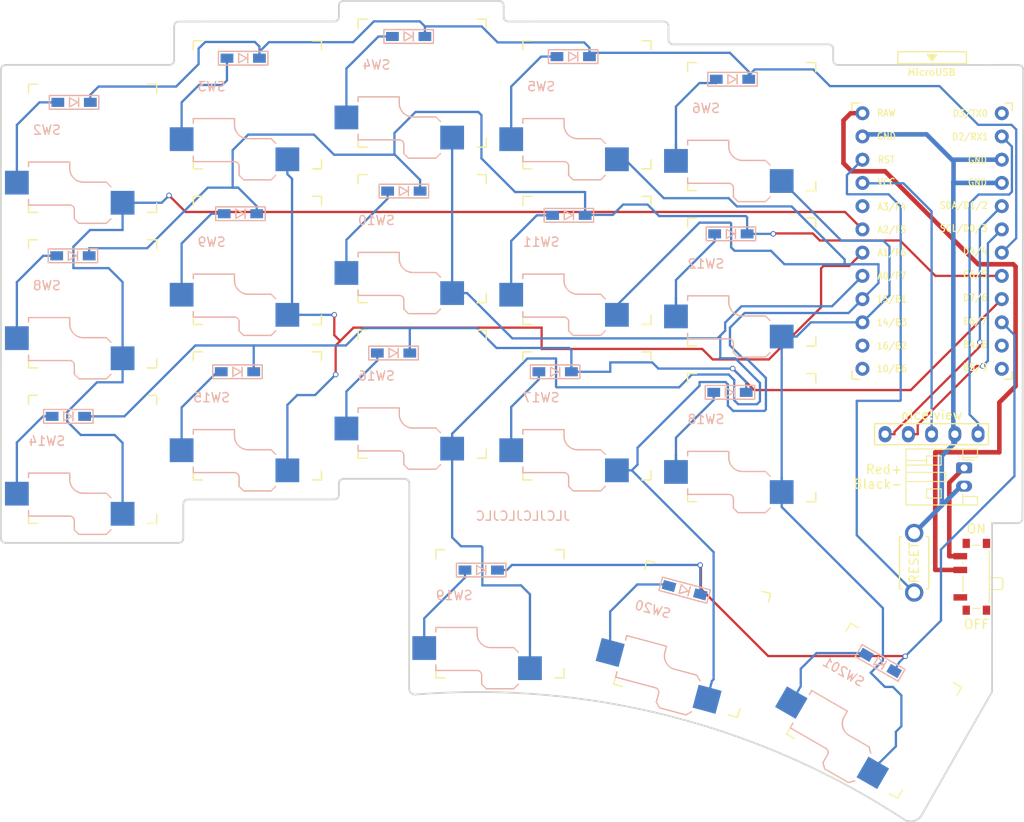
<source format=kicad_pcb>
(kicad_pcb (version 20221018) (generator pcbnew)
  (title_block (title "Corne Light") (date "2020-11-12") (rev "2.0") (company "foostan"))
  (layers (0 "F.Cu" signal) (31 "B.Cu" signal) (34 "B.Paste" user) (35 "F.Paste" user) (36 "B.SilkS" user "B.Silkscreen") (37 "F.SilkS" user "F.Silkscreen") (38 "B.Mask" user) (39 "F.Mask" user) (44 "Edge.Cuts" user))
  (net 0 "")
  (net 1 "row0")
  (net 2 "row1")
  (net 3 "Net-(D2-Pad2)")
  (net 4 "row2")
  (net 5 "Net-(D3-Pad2)")
  (net 6 "row3")
  (net 7 "Net-(D4-Pad2)")
  (net 8 "Net-(D5-Pad2)")
  (net 9 "Net-(D6-Pad2)")
  (net 10 "Net-(D8-Pad2)")
  (net 11 "Net-(D9-Pad2)")
  (net 12 "Net-(D10-Pad2)")
  (net 13 "Net-(D11-Pad2)")
  (net 14 "Net-(D12-Pad2)")
  (net 15 "Net-(D14-Pad2)")
  (net 16 "Net-(D15-Pad2)")
  (net 17 "Net-(D16-Pad2)")
  (net 18 "Net-(D17-Pad2)")
  (net 19 "Net-(D18-Pad2)")
  (net 20 "Net-(D19-Pad2)")
  (net 21 "Net-(D20-Pad2)")
  (net 22 "Net-(D21-Pad2)")
  (net 23 "GND")
  (net 24 "VCC")
  (net 25 "col0")
  (net 26 "col1")
  (net 27 "col2")
  (net 28 "col3")
  (net 29 "col4")
  (net 30 "col5")
  (net 31 "reset")
  (net 32 "SCL")
  (net 33 "SDA")
  (net 34 "Net-(BATJ1-Pad2)")
  (net 35 "+BATT")
  (net 40 "CS")
  (net 41 "RGB")
  (footprint "kbd:ProMicro_v3" (layer "F.Cu") (at 135.8925 56.56)
    (fp_text reference "U1" hide)
    (fp_text value "ProMicro" hide)
  )
  (footprint "gateron-ks27:Kailh_socket_PG1350_no_LED" (layer "F.Cu") (at 116.1875 43.545)
    (fp_text reference "SW6")
    (fp_text value "SW_PUSH")
  )
  (footprint "gateron-ks27:Kailh_socket_PG1350_no_LED" (layer "F.Cu") (at 98.1875 41.17)
    (fp_text reference "SW5")
    (fp_text value "SW_PUSH")
  )
  (footprint "gateron-ks27:Kailh_socket_PG1350_no_LED" (layer "F.Cu") (at 80.1875 38.795)
    (fp_text reference "SW4")
    (fp_text value "SW_PUSH")
  )
  (footprint "gateron-ks27:Kailh_socket_PG1350_no_LED" (layer "F.Cu") (at 62.1875 41.17)
    (fp_text reference "SW3")
    (fp_text value "SW_PUSH")
  )
  (footprint "gateron-ks27:Kailh_socket_PG1350_no_LED" (layer "F.Cu") (at 44.1875 45.92)
    (fp_text reference "SW2")
    (fp_text value "SW_PUSH")
  )
  (footprint "gateron-ks27:Kailh_socket_PG1350_no_LED" (layer "F.Cu") (at 116.1875 77.545)
    (fp_text reference "SW18")
    (fp_text value "SW_PUSH")
  )
  (footprint "gateron-ks27:Kailh_socket_PG1350_no_LED" (layer "F.Cu") (at 109.6875 99.545 -15)
    (fp_text reference "SW20")
    (fp_text value "SW_PUSH")
  )
  (footprint "gateron-ks27:Kailh_socket_PG1350_no_LED" (layer "F.Cu") (at 88.6875 96.795)
    (fp_text reference "SW19")
    (fp_text value "SW_PUSH")
  )
  (footprint "gateron-ks27:Kailh_socket_PG1350_no_LED" (layer "F.Cu") (at 98.1875 75.17)
    (fp_text reference "SW17")
    (fp_text value "SW_PUSH")
  )
  (footprint "gateron-ks27:Kailh_socket_PG1350_no_LED" (layer "F.Cu") (at 80.1875 72.795)
    (fp_text reference "SW16")
    (fp_text value "SW_PUSH")
  )
  (footprint "gateron-ks27:Kailh_socket_PG1350_no_LED" (layer "F.Cu") (at 62.1875 75.17)
    (fp_text reference "SW15")
    (fp_text value "SW_PUSH")
  )
  (footprint "gateron-ks27:Kailh_socket_PG1350_no_LED" (layer "F.Cu") (at 44.1875 79.92)
    (fp_text reference "SW14")
    (fp_text value "SW_PUSH")
  )
  (footprint "gateron-ks27:Kailh_socket_PG1350_no_LED" (layer "F.Cu") (at 116.1875 60.545)
    (fp_text reference "SW12")
    (fp_text value "SW_PUSH")
  )
  (footprint "gateron-ks27:Kailh_socket_PG1350_no_LED" (layer "F.Cu") (at 98.1875 58.17)
    (fp_text reference "SW11")
    (fp_text value "SW_PUSH")
  )
  (footprint "gateron-ks27:Kailh_socket_PG1350_no_LED" (layer "F.Cu") (at 80.1875 55.795)
    (fp_text reference "SW10")
    (fp_text value "SW_PUSH")
  )
  (footprint "gateron-ks27:Kailh_socket_PG1350_no_LED" (layer "F.Cu") (at 62.1875 58.17)
    (fp_text reference "SW9")
    (fp_text value "SW_PUSH")
  )
  (footprint "gateron-ks27:Kailh_socket_PG1350_no_LED" (layer "F.Cu") (at 44.1875 62.92)
    (fp_text reference "SW8")
    (fp_text value "SW_PUSH")
  )
  (footprint "nice_view:nice_view_1side" (layer "F.Cu") (at 130.7585 77.168)
    (fp_text reference "J2")
    (fp_text value "OLED" hide)
  )
  (footprint "kbd:ResetSW_1side" (layer "F.Cu") (at 133.9315 91.225 -90)
    (fp_text reference "RSW1" hide)
    (fp_text value "SW_PUSH")
  )
  (footprint "gateron-ks27:Kailh_socket_PG1350_no_LED" (layer "F.Cu") (at 129.5539 107.3949 -30)
    (fp_text reference "SW201")
    (fp_text value "SW_PUSH")
  )
  (footprint "Button_Switch_SMD:SW_SPDT_PCM12" (layer "F.Cu") (at 140.402 92.755 90)
    (fp_text reference "PSW1" hide)
    (fp_text value "SW_SPST")
  )
  (footprint "Connector_JST:JST_PH_S2B-PH-K_1x02_P2.00mm_Horizontal" (layer "F.Cu") (at 139.3875 80.845 -90)
    (fp_text reference "BATJ2" hide)
    (fp_text value "Conn_01x02_Female")
  )
  (footprint "gateron-ks27:D3_SMD_v2" (layer "B.Cu") (at 41.5375 75.22 180)
    (fp_text reference "D14" hide)
    (fp_text value "D" hide)
  )
  (footprint "gateron-ks27:D3_SMD_v2" (layer "B.Cu") (at 42.0375 57.67 180)
    (fp_text reference "D8" hide)
    (fp_text value "D" hide)
  )
  (footprint "gateron-ks27:D3_SMD_v2" (layer "B.Cu") (at 42.1625 40.895 180)
    (fp_text reference "D2" hide)
    (fp_text value "D" hide)
  )
  (footprint "gateron-ks27:D3_SMD_v2" (layer "B.Cu") (at 130.2125 102.17 150)
    (fp_text reference "D21" hide)
    (fp_text value "D" hide)
  )
  (footprint "gateron-ks27:D3_SMD_v2" (layer "B.Cu") (at 108.8625 94.22 165)
    (fp_text reference "D20" hide)
    (fp_text value "D" hide)
  )
  (footprint "gateron-ks27:D3_SMD_v2" (layer "B.Cu") (at 86.6375 92.02 180)
    (fp_text reference "D19" hide)
    (fp_text value "D" hide)
  )
  (footprint "gateron-ks27:D3_SMD_v2" (layer "B.Cu") (at 113.8125 72.595 180)
    (fp_text reference "D18" hide)
    (fp_text value "D" hide)
  )
  (footprint "gateron-ks27:D3_SMD_v2" (layer "B.Cu") (at 94.7125 70.345 180)
    (fp_text reference "D17" hide)
    (fp_text value "D" hide)
  )
  (footprint "gateron-ks27:D3_SMD_v2" (layer "B.Cu") (at 77.0625 68.295 180)
    (fp_text reference "D16" hide)
    (fp_text value "D" hide)
  )
  (footprint "gateron-ks27:D3_SMD_v2" (layer "B.Cu") (at 60.0125 70.345 180)
    (fp_text reference "D15" hide)
    (fp_text value "D" hide)
  )
  (footprint "gateron-ks27:D3_SMD_v2" (layer "B.Cu") (at 113.9125 55.27 180)
    (fp_text reference "D12" hide)
    (fp_text value "D" hide)
  )
  (footprint "gateron-ks27:D3_SMD_v2" (layer "B.Cu") (at 96.2125 53.245 180)
    (fp_text reference "D11" hide)
    (fp_text value "D" hide)
  )
  (footprint "gateron-ks27:D3_SMD_v2" (layer "B.Cu") (at 78.1875 50.595 180)
    (fp_text reference "D10" hide)
    (fp_text value "D" hide)
  )
  (footprint "gateron-ks27:D3_SMD_v2" (layer "B.Cu") (at 60.3375 53.07 180)
    (fp_text reference "D9" hide)
    (fp_text value "D" hide)
  )
  (footprint "gateron-ks27:D3_SMD_v2" (layer "B.Cu") (at 114.0875 38.37 180)
    (fp_text reference "D6" hide)
    (fp_text value "D" hide)
  )
  (footprint "gateron-ks27:D3_SMD_v2" (layer "B.Cu") (at 96.6875 35.895 180)
    (fp_text reference "D5" hide)
    (fp_text value "D" hide)
  )
  (footprint "gateron-ks27:D3_SMD_v2" (layer "B.Cu") (at 78.7125 33.695 180)
    (fp_text reference "D4" hide)
    (fp_text value "D" hide)
  )
  (footprint "gateron-ks27:D3_SMD_v2" (layer "B.Cu") (at 60.6375 36.07 180)
    (fp_text reference "D3" hide)
    (fp_text value "D" hide)
  )
  (gr_line (start 107.090509 34.057438) (end 107.090509 32.55884) (stroke (width 0.2)) (layer "Edge.Cuts"))
  (gr_line (start 124.59185 34.557818) (end 107.590888 34.557818) (stroke (width 0.2)) (layer "Edge.Cuts"))
  (gr_line (start 54.06298 88.718606) (end 54.09092 88.548426) (stroke (width 0.2)) (layer "Edge.Cuts"))
  (gr_line (start 70.760166 32.03052) (end 70.892245 31.9594) (stroke (width 0.2)) (layer "Edge.Cuts"))
  (gr_line (start 125.12017 36.483136) (end 125.19129 36.612676) (stroke (width 0.2)) (layer "Edge.Cuts"))
  (gr_line (start 89.121807 31.730801) (end 89.190387 31.86288) (stroke (width 0.2)) (layer "Edge.Cuts"))
  (gr_line (start 89.291987 31.96194) (end 89.421527 32.03306) (stroke (width 0.2)) (layer "Edge.Cuts"))
  (gr_line (start 133.045356 119.396857) (end 133.197756 119.447657) (stroke (width 0.2)) (layer "Edge.Cuts"))
  (gr_line (start 34.672915 36.808039) (end 34.502735 36.838519) (stroke (width 0.2)) (layer "Edge.Cuts"))
  (gr_line (start 53.59054 89.048806) (end 34.670375 89.049358) (stroke (width 0.2)) (layer "Edge.Cuts"))
  (gr_line (start 106.590129 32.05846) (end 100.468735 32.05846) (stroke (width 0.2)) (layer "Edge.Cuts"))
  (gr_line (start 52.893064 36.709196) (end 52.992124 36.610136) (stroke (width 0.2)) (layer "Edge.Cuts"))
  (gr_line (start 78.582065 82.149168) (end 78.452525 82.078048) (stroke (width 0.2)) (layer "Edge.Cuts"))
  (gr_line (start 107.060029 32.3912) (end 106.991449 32.26166) (stroke (width 0.2)) (layer "Edge.Cuts"))
  (gr_line (start 124.75949 34.590838) (end 124.59185 34.557818) (stroke (width 0.2)) (layer "Edge.Cuts"))
  (gr_line (start 71.062425 31.728261) (end 71.090365 31.558081) (stroke (width 0.2)) (layer "Edge.Cuts"))
  (gr_line (start 54.591299 84.30155) (end 54.42112 84.33203) (stroke (width 0.2)) (layer "Edge.Cuts"))
  (gr_line (start 134.444895 119.175878) (end 134.549035 119.076818) (stroke (width 0.2)) (layer "Edge.Cuts"))
  (gr_line (start 34.373195 88.950298) (end 34.502735 89.018878) (stroke (width 0.2)) (layer "Edge.Cuts"))
  (gr_line (start 89.060847 30.140762) (end 88.989728 30.011222) (stroke (width 0.2)) (layer "Edge.Cuts"))
  (gr_line (start 53.591563 32.061) (end 53.421384 32.09148) (stroke (width 0.2)) (layer "Edge.Cuts"))
  (gr_line (start 52.590804 36.808256) (end 34.672915 36.808039) (stroke (width 0.2)) (layer "Edge.Cuts"))
  (gr_line (start 34.172535 37.308418) (end 34.172535 37.308418) (stroke (width 0.2)) (layer "Edge.Cuts"))
  (gr_line (start 71.589915 82.048459) (end 71.419735 82.081479) (stroke (width 0.2)) (layer "Edge.Cuts"))
  (gr_line (start 78.284885 82.047568) (end 71.589915 82.048459) (stroke (width 0.2)) (layer "Edge.Cuts"))
  (gr_line (start 53.091184 32.55884) (end 53.091184 36.307876) (stroke (width 0.2)) (layer "Edge.Cuts"))
  (gr_line (start 125.06175 34.890557) (end 124.99063 34.761018) (stroke (width 0.2)) (layer "Edge.Cuts"))
  (gr_line (start 34.200475 88.719158) (end 34.271595 88.848698) (stroke (width 0.2)) (layer "Edge.Cuts"))
  (gr_line (start 89.421527 32.03306) (end 89.591707 32.061) (stroke (width 0.2)) (layer "Edge.Cuts"))
  (gr_line (start 145.810989 37.140995) (end 145.73987 37.011455) (stroke (width 0.2)) (layer "Edge.Cuts"))
  (gr_line (start 34.203015 37.140778) (end 34.172535 37.308418) (stroke (width 0.2)) (layer "Edge.Cuts"))
  (gr_line (start 145.63827 36.909855) (end 145.50873 36.838736) (stroke (width 0.2)) (layer "Edge.Cuts"))
  (gr_line (start 71.290195 82.152599) (end 71.191135 82.251659) (stroke (width 0.2)) (layer "Edge.Cuts"))
  (gr_line (start 88.890668 29.909622) (end 88.761128 29.841042) (stroke (width 0.2)) (layer "Edge.Cuts"))
  (gr_line (start 89.591707 32.061) (end 100.468735 32.05846) (stroke (width 0.2)) (layer "Edge.Cuts"))
  (gr_line (start 145.50873 36.838736) (end 145.34109 36.808256) (stroke (width 0.2)) (layer "Edge.Cuts"))
  (gr_line (start 78.452525 82.078048) (end 78.284885 82.047568) (stroke (width 0.2)) (layer "Edge.Cuts"))
  (gr_line (start 125.590069 36.810796) (end 125.590069 36.810796) (stroke (width 0.2)) (layer "Edge.Cuts"))
  (gr_line (start 125.09223 35.060737) (end 125.09223 36.310416) (stroke (width 0.2)) (layer "Edge.Cuts"))
  (gr_line (start 70.759336 84.270957) (end 70.891415 84.199837) (stroke (width 0.2)) (layer "Edge.Cuts"))
  (gr_line (start 70.589156 84.298897) (end 59.717773 84.30155) (stroke (width 0.2)) (layer "Edge.Cuts"))
  (gr_line (start 78.785265 82.547948) (end 78.752245 82.377768) (stroke (width 0.2)) (layer "Edge.Cuts"))
  (gr_line (start 71.191965 30.011222) (end 71.120845 30.140762) (stroke (width 0.2)) (layer "Edge.Cuts"))
  (gr_line (start 71.120845 30.140762) (end 71.090365 30.308402) (stroke (width 0.2)) (layer "Edge.Cuts"))
  (gr_line (start 125.19129 36.612676) (end 125.29289 36.711736) (stroke (width 0.2)) (layer "Edge.Cuts"))
  (gr_line (start 106.889849 32.16006) (end 106.757769 32.08894) (stroke (width 0.2)) (layer "Edge.Cuts"))
  (gr_line (start 89.091327 31.558081) (end 89.091327 30.308402) (stroke (width 0.2)) (layer "Edge.Cuts"))
  (gr_line (start 88.761128 29.841042) (end 88.590948 29.808022) (stroke (width 0.2)) (layer "Edge.Cuts"))
  (gr_line (start 133.553356 119.495917) (end 133.741316 119.483217) (stroke (width 0.2)) (layer "Edge.Cuts"))
  (gr_line (start 133.197756 119.447657) (end 133.365396 119.480677) (stroke (width 0.2)) (layer "Edge.Cuts"))
  (gr_line (start 70.892245 31.9594) (end 70.991305 31.86034) (stroke (width 0.2)) (layer "Edge.Cuts"))
  (gr_line (start 53.063244 36.478056) (end 53.091184 36.307876) (stroke (width 0.2)) (layer "Edge.Cuts"))
  (gr_line (start 71.089535 82.548839) (end 71.089535 83.798518) (stroke (width 0.2)) (layer "Edge.Cuts"))
  (gr_line (start 34.271595 37.008698) (end 34.203015 37.140778) (stroke (width 0.2)) (layer "Edge.Cuts"))
  (gr_line (start 71.090365 30.308402) (end 71.090365 31.558081) (stroke (width 0.2)) (layer "Edge.Cuts"))
  (gr_line (start 53.421384 32.09148) (end 53.291844 32.1626) (stroke (width 0.2)) (layer "Edge.Cuts"))
  (gr_line (start 53.59054 89.048806) (end 53.76072 89.020866) (stroke (width 0.2)) (layer "Edge.Cuts"))
  (gr_line (start 34.169995 88.546439) (end 34.200475 88.719158) (stroke (width 0.2)) (layer "Edge.Cuts"))
  (gr_line (start 133.741316 119.483217) (end 133.908955 119.450197) (stroke (width 0.2)) (layer "Edge.Cuts"))
  (gr_line (start 71.120015 82.381199) (end 71.089535 82.548839) (stroke (width 0.2)) (layer "Edge.Cuts"))
  (gr_line (start 89.091327 30.308402) (end 89.060847 30.140762) (stroke (width 0.2)) (layer "Edge.Cuts"))
  (gr_line (start 52.760984 36.780316) (end 52.893064 36.709196) (stroke (width 0.2)) (layer "Edge.Cuts"))
  (gr_line (start 132.908196 119.333357) (end 133.045356 119.396857) (stroke (width 0.2)) (layer "Edge.Cuts"))
  (gr_line (start 133.908955 119.450197) (end 134.063895 119.399397) (stroke (width 0.2)) (layer "Edge.Cuts"))
  (gr_line (start 89.190387 31.86288) (end 89.291987 31.96194) (stroke (width 0.2)) (layer "Edge.Cuts"))
  (gr_line (start 107.192109 34.362238) (end 107.293708 34.461298) (stroke (width 0.2)) (layer "Edge.Cuts"))
  (gr_line (start 125.29289 36.711736) (end 125.42243 36.782856) (stroke (width 0.2)) (layer "Edge.Cuts"))
  (gr_arc (start 145.757384 86.377416) (mid 145.601595 86.738698) (end 145.237384 86.887512) (stroke (width 0.2)) (layer "Edge.Cuts"))
  (gr_line (start 134.328055 119.262237) (end 134.444895 119.175878) (stroke (width 0.2)) (layer "Edge.Cuts"))
  (gr_line (start 88.590948 29.810562) (end 88.590948 29.810562) (stroke (width 0.2)) (layer "Edge.Cuts"))
  (gr_line (start 71.590745 29.808022) (end 71.420565 29.841042) (stroke (width 0.2)) (layer "Edge.Cuts"))
  (gr_line (start 125.42243 36.782856) (end 125.590069 36.810796) (stroke (width 0.2)) (layer "Edge.Cuts"))
  (gr_line (start 71.191135 82.251659) (end 71.120015 82.381199) (stroke (width 0.2)) (layer "Edge.Cuts"))
  (gr_line (start 53.291844 32.1626) (end 53.190244 32.26166) (stroke (width 0.2)) (layer "Edge.Cuts"))
  (gr_line (start 107.423248 34.532418) (end 107.590888 34.557818) (stroke (width 0.2)) (layer "Edge.Cuts"))
  (gr_line (start 134.549035 119.076818) (end 134.645555 118.967598) (stroke (width 0.2)) (layer "Edge.Cuts"))
  (gr_line (start 125.09223 36.310416) (end 125.12017 36.483136) (stroke (width 0.2)) (layer "Edge.Cuts"))
  (gr_line (start 88.989728 30.011222) (end 88.890668 29.909622) (stroke (width 0.2)) (layer "Edge.Cuts"))
  (gr_line (start 53.190244 32.26166) (end 53.119124 32.39374) (stroke (width 0.2)) (layer "Edge.Cuts"))
  (gr_line (start 134.706515 118.883778) (end 134.711595 118.878698) (stroke (width 0.2)) (layer "Edge.Cuts"))
  (gr_line (start 53.8928 88.949746) (end 53.99186 88.850686) (stroke (width 0.2)) (layer "Edge.Cuts"))
  (gr_line (start 34.271595 88.848698) (end 34.373195 88.950298) (stroke (width 0.2)) (layer "Edge.Cuts"))
  (gr_line (start 71.419735 82.081479) (end 71.290195 82.152599) (stroke (width 0.2)) (layer "Edge.Cuts"))
  (gr_line (start 71.061595 83.968698) (end 71.089535 83.798518) (stroke (width 0.2)) (layer "Edge.Cuts"))
  (gr_line (start 134.201055 119.335897) (end 134.328055 119.262237) (stroke (width 0.2)) (layer "Edge.Cuts"))
  (gr_line (start 107.293708 34.461298) (end 107.423248 34.532418) (stroke (width 0.2)) (layer "Edge.Cuts"))
  (gr_line (start 34.373195 36.909638) (end 34.271595 37.008698) (stroke (width 0.2)) (layer "Edge.Cuts"))
  (gr_line (start 133.365396 119.480677) (end 133.553356 119.495917) (stroke (width 0.2)) (layer "Edge.Cuts"))
  (gr_line (start 53.99186 88.850686) (end 54.06298 88.718606) (stroke (width 0.2)) (layer "Edge.Cuts"))
  (gr_line (start 106.757769 32.08894) (end 106.590129 32.05846) (stroke (width 0.2)) (layer "Edge.Cuts"))
  (gr_line (start 107.120989 34.232698) (end 107.192109 34.362238) (stroke (width 0.2)) (layer "Edge.Cuts"))
  (gr_line (start 70.991305 31.86034) (end 71.062425 31.728261) (stroke (width 0.2)) (layer "Edge.Cuts"))
  (gr_line (start 107.090509 32.55884) (end 107.060029 32.3912) (stroke (width 0.2)) (layer "Edge.Cuts"))
  (gr_line (start 145.841469 37.308635) (end 145.810989 37.140995) (stroke (width 0.2)) (layer "Edge.Cuts"))
  (gr_line (start 71.291025 29.912162) (end 71.191965 30.011222) (stroke (width 0.2)) (layer "Edge.Cuts"))
  (gr_line (start 78.752245 82.377768) (end 78.681125 82.248228) (stroke (width 0.2)) (layer "Edge.Cuts"))
  (gr_line (start 88.590948 29.808022) (end 71.590745 29.808022) (stroke (width 0.2)) (layer "Edge.Cuts"))
  (gr_line (start 70.990475 84.100777) (end 71.061595 83.968698) (stroke (width 0.2)) (layer "Edge.Cuts"))
  (gr_line (start 125.09223 35.060737) (end 125.06175 34.890557) (stroke (width 0.2)) (layer "Edge.Cuts"))
  (gr_line (start 70.589986 32.05846) (end 70.760166 32.03052) (stroke (width 0.2)) (layer "Edge.Cuts"))
  (gr_line (start 53.76072 89.020866) (end 53.8928 88.949746) (stroke (width 0.2)) (layer "Edge.Cuts"))
  (gr_line (start 53.119124 32.39374) (end 53.091184 32.55884) (stroke (width 0.2)) (layer "Edge.Cuts"))
  (gr_line (start 34.502735 36.838519) (end 34.373195 36.909638) (stroke (width 0.2)) (layer "Edge.Cuts"))
  (gr_line (start 54.18998 84.50221) (end 54.11886 84.63429) (stroke (width 0.2)) (layer "Edge.Cuts"))
  (gr_line (start 89.091327 31.558081) (end 89.121807 31.730801) (stroke (width 0.2)) (layer "Edge.Cuts"))
  (gr_arc (start 79.405803 105.627698) (mid 78.954145 105.445) (end 78.766451 104.995396) (stroke (width 0.2)) (layer "Edge.Cuts"))
  (gr_line (start 52.590804 36.808256) (end 52.760984 36.780316) (stroke (width 0.2)) (layer "Edge.Cuts"))
  (gr_line (start 54.42112 84.33203) (end 54.29158 84.40315) (stroke (width 0.2)) (layer "Edge.Cuts"))
  (gr_line (start 124.88903 34.659418) (end 124.75949 34.590838) (stroke (width 0.2)) (layer "Edge.Cuts"))
  (gr_line (start 70.891415 84.199837) (end 70.990475 84.100777) (stroke (width 0.2)) (layer "Edge.Cuts"))
  (gr_line (start 53.591563 32.061) (end 64.477993 32.05846) (stroke (width 0.2)) (layer "Edge.Cuts"))
  (gr_line (start 134.711595 118.878698) (end 142.441595 105.318698) (stroke (width 0.2)) (layer "Edge.Cuts"))
  (gr_arc (start 79.405803 105.627699) (mid 107.3042 108.002473) (end 132.908588 119.332763) (stroke (width 0.2)) (layer "Edge.Cuts"))
  (gr_line (start 145.73987 37.011455) (end 145.63827 36.909855) (stroke (width 0.2)) (layer "Edge.Cuts"))
  (gr_line (start 34.172535 37.308418) (end 34.169995 88.546439) (stroke (width 0.2)) (layer "Edge.Cuts"))
  (gr_line (start 54.09092 84.79939) (end 54.09092 88.548426) (stroke (width 0.2)) (layer "Edge.Cuts"))
  (gr_line (start 134.063895 119.399397) (end 134.201055 119.335897) (stroke (width 0.2)) (layer "Edge.Cuts"))
  (gr_line (start 52.992124 36.610136) (end 53.063244 36.478056) (stroke (width 0.2)) (layer "Edge.Cuts"))
  (gr_line (start 145.34109 36.808256) (end 125.590069 36.810796) (stroke (width 0.2)) (layer "Edge.Cuts"))
  (gr_line (start 106.991449 32.26166) (end 106.889849 32.16006) (stroke (width 0.2)) (layer "Edge.Cuts"))
  (gr_line (start 70.589156 84.298897) (end 70.759336 84.270957) (stroke (width 0.2)) (layer "Edge.Cuts"))
  (gr_line (start 54.591299 84.30155) (end 59.717773 84.30155) (stroke (width 0.2)) (layer "Edge.Cuts"))
  (gr_line (start 124.99063 34.761018) (end 124.88903 34.659418) (stroke (width 0.2)) (layer "Edge.Cuts"))
  (gr_line (start 78.766451 104.995396) (end 78.785265 82.547948) (stroke (width 0.2)) (layer "Edge.Cuts"))
  (gr_line (start 134.645555 118.967598) (end 134.706515 118.883778) (stroke (width 0.2)) (layer "Edge.Cuts"))
  (gr_line (start 142.446595 86.888698) (end 142.441595 105.318698) (stroke (width 0.2)) (layer "Edge.Cuts"))
  (gr_line (start 71.420565 29.841042) (end 71.291025 29.912162) (stroke (width 0.2)) (layer "Edge.Cuts"))
  (gr_line (start 107.090509 34.057438) (end 107.120989 34.232698) (stroke (width 0.2)) (layer "Edge.Cuts"))
  (gr_line (start 34.502735 89.018878) (end 34.670375 89.049358) (stroke (width 0.2)) (layer "Edge.Cuts"))
  (gr_line (start 54.11886 84.63429) (end 54.09092 84.79939) (stroke (width 0.2)) (layer "Edge.Cuts"))
  (gr_line (start 78.681125 82.248228) (end 78.582065 82.149168) (stroke (width 0.2)) (layer "Edge.Cuts"))
  (gr_line (start 54.29158 84.40315) (end 54.18998 84.50221) (stroke (width 0.2)) (layer "Edge.Cuts"))
  (gr_line (start 145.237384 86.887512) (end 142.446595 86.888698) (stroke (width 0.2)) (layer "Edge.Cuts"))
  (gr_line (start 145.841469 37.308635) (end 145.757384 86.377416) (stroke (width 0.2)) (layer "Edge.Cuts"))
  (gr_line (start 70.589986 32.05846) (end 64.477993 32.05846) (stroke (width 0.2)) (layer "Edge.Cuts"))
  (gr_text "JLCJLCJLCJLC\n" (at 96.4375 86.695) (layer "B.SilkS") (effects (font (size 1 1)) (justify left bottom mirror)))
  (gr_text "OFF" (at 139.2625 97.945) (layer "F.SilkS") (effects (font (size 1 1)) (justify left)))
  (gr_text "Red+" (at 132.7375 81.02) (layer "F.SilkS") (effects (font (size 1 1)) (justify right)))
  (gr_text "ON" (at 139.5725 87.515) (layer "F.SilkS") (effects (font (size 1 1)) (justify left)))
  (gr_text "Black-" (at 132.7375 82.62) (layer "F.SilkS") (effects (font (size 1 1)) (justify right)))
  (segment (start 144.5695 43.352) (end 140.928 43.352) (width 0.25) (layer "B.Cu") (net 1))
  (segment (start 122.9125 37.295) (end 116.5235 37.295) (width 0.25) (layer "B.Cu") (net 1))
  (segment (start 124.7375 39.12) (end 122.9125 37.295) (width 0.25) (layer "B.Cu") (net 1))
  (segment (start 145.082 43.8645) (end 144.5695 43.352) (width 0.25) (layer "B.Cu") (net 1))
  (segment (start 116.5235 37.295) (end 115.862 37.9565) (width 0.25) (layer "B.Cu") (net 1))
  (segment (start 80.4875 32.595) (end 79.9375 32.045) (width 0.25) (layer "B.Cu") (net 1))
  (segment (start 80.4875 32.595) (end 86.6875 32.595) (width 0.25) (layer "B.Cu") (net 1))
  (segment (start 53.3125 39.17) (end 55.7625 36.72) (width 0.25) (layer "B.Cu") (net 1))
  (segment (start 115.8625 38.37) (end 115.862 38.37) (width 0.25) (layer "B.Cu") (net 1))
  (segment (start 55.7625 35.02) (end 56.4875 34.295) (width 0.25) (layer "B.Cu") (net 1))
  (segment (start 115.862 37.5431) (end 115.862 37.9565) (width 0.25) (layer "B.Cu") (net 1))
  (segment (start 136.696 39.12) (end 124.7375 39.12) (width 0.25) (layer "B.Cu") (net 1))
  (segment (start 143.5039 57.322) (end 143.504 57.322) (width 0.25) (layer "B.Cu") (net 1))
  (segment (start 86.6875 32.595) (end 88.4375 34.345) (width 0.25) (layer "B.Cu") (net 1))
  (segment (start 97.8875 34.345) (end 98.4625 34.92) (width 0.25) (layer "B.Cu") (net 1))
  (segment (start 44.8356 39.17) (end 53.3125 39.17) (width 0.25) (layer "B.Cu") (net 1))
  (segment (start 98.4625 34.92) (end 98.4625 35.4815) (width 0.25) (layer "B.Cu") (net 1))
  (segment (start 43.9375 40.895) (end 43.9375 40.0681) (width 0.25) (layer "B.Cu") (net 1))
  (segment (start 62.4125 36.07) (end 62.4125 35.3565) (width 0.25) (layer "B.Cu") (net 1))
  (segment (start 79.9375 32.045) (end 74.9125 32.045) (width 0.25) (layer "B.Cu") (net 1))
  (segment (start 55.7625 36.72) (end 55.7625 35.02) (width 0.25) (layer "B.Cu") (net 1))
  (segment (start 43.9375 40.0681) (end 44.8356 39.17) (width 0.25) (layer "B.Cu") (net 1))
  (segment (start 98.4625 35.895) (end 98.4625 35.4815) (width 0.25) (layer "B.Cu") (net 1))
  (segment (start 98.4625 35.4815) (end 113.801 35.4815) (width 0.25) (layer "B.Cu") (net 1))
  (segment (start 63.449 34.32) (end 62.4125 35.3565) (width 0.25) (layer "B.Cu") (net 1))
  (segment (start 140.928 43.352) (end 136.696 39.12) (width 0.25) (layer "B.Cu") (net 1))
  (segment (start 113.801 35.4815) (end 115.862 37.5431) (width 0.25) (layer "B.Cu") (net 1))
  (segment (start 88.4375 34.345) (end 97.8875 34.345) (width 0.25) (layer "B.Cu") (net 1))
  (segment (start 115.862 38.37) (end 115.862 37.9565) (width 0.25) (layer "B.Cu") (net 1))
  (segment (start 61.9125 34.295) (end 62.4125 34.795) (width 0.25) (layer "B.Cu") (net 1))
  (segment (start 80.4875 33.695) (end 80.4875 32.595) (width 0.25) (layer "B.Cu") (net 1))
  (segment (start 72.6375 34.32) (end 63.449 34.32) (width 0.25) (layer "B.Cu") (net 1))
  (segment (start 143.504 57.322) (end 145.082 55.7435) (width 0.25) (layer "B.Cu") (net 1))
  (segment (start 145.082 55.7435) (end 145.082 43.8645) (width 0.25) (layer "B.Cu") (net 1))
  (segment (start 74.9125 32.045) (end 72.6375 34.32) (width 0.25) (layer "B.Cu") (net 1))
  (segment (start 62.4125 34.795) (end 62.4125 35.3565) (width 0.25) (layer "B.Cu") (net 1))
  (segment (start 56.4875 34.295) (end 61.9125 34.295) (width 0.25) (layer "B.Cu") (net 1))
  (segment (start 136.2545 59.862) (end 143.5039 59.862) (width 0.25) (layer "F.Cu") (net 2))
  (segment (start 118.5826 55.2249) (end 122.856 55.2249) (width 0.25) (layer "F.Cu") (net 2))
  (segment (start 123.6261 55.995) (end 132.3875 55.995) (width 0.25) (layer "F.Cu") (net 2))
  (segment (start 143.5039 59.862) (end 143.504 59.862) (width 0.25) (layer "F.Cu") (net 2))
  (segment (start 118.5375 55.27) (end 118.5826 55.2249) (width 0.25) (layer "F.Cu") (net 2))
  (segment (start 132.3875 55.995) (end 136.2545 59.862) (width 0.25) (layer "F.Cu") (net 2))
  (segment (start 122.856 55.2249) (end 123.6261 55.995) (width 0.25) (layer "F.Cu") (net 2))
  (via (at 118.5375 55.27) (size 0.6) (drill 0.4) (layers "F.Cu" "B.Cu") (net 2))
  (segment (start 68.3625 44.42) (end 61.1875 44.42) (width 0.25) (layer "B.Cu") (net 2))
  (segment (start 101.0125 53.195) (end 102.1375 52.07) (width 0.25) (layer "B.Cu") (net 2))
  (segment (start 77.1578 46.57) (end 77.1078 46.62) (width 0.25) (layer "B.Cu") (net 2))
  (segment (start 79.4625 41.945) (end 86.3125 41.945) (width 0.25) (layer "B.Cu") (net 2))
  (segment (start 115.5375 53.32) (end 115.688 53.4705) (width 0.25) (layer "B.Cu") (net 2))
  (segment (start 86.6625 42.295) (end 86.6625 47.02) (width 0.25) (layer "B.Cu") (net 2))
  (segment (start 97.9875 53.245) (end 97.9875 52.8315) (width 0.25) (layer "B.Cu") (net 2))
  (segment (start 62.1125 52.2431) (end 62.1125 53.07) (width 0.25) (layer "B.Cu") (net 2))
  (segment (start 59.4875 46.12) (end 59.4875 50.2191) (width 0.25) (layer "B.Cu") (net 2))
  (segment (start 98.0375 53.195) (end 101.0125 53.195) (width 0.25) (layer "B.Cu") (net 2))
  (segment (start 59.4875 50.2191) (end 60.0885 50.2191) (width 0.25) (layer "B.Cu") (net 2))
  (segment (start 104.8125 52.07) (end 106.0625 53.32) (width 0.25) (layer "B.Cu") (net 2))
  (segment (start 43.8125 56.8431) (end 43.8125 57.67) (width 0.25) (layer "B.Cu") (net 2))
  (segment (start 115.6875 55.27) (end 115.688 55.27) (width 0.25) (layer "B.Cu") (net 2))
  (segment (start 86.6625 47.02) (end 90.3375 50.695) (width 0.25) (layer "B.Cu") (net 2))
  (segment (start 115.688 53.4705) (end 115.688 55.27) (width 0.25) (layer "B.Cu") (net 2))
  (segment (start 61.1875 44.42) (end 59.4875 46.12) (width 0.25) (layer "B.Cu") (net 2))
  (segment (start 106.0625 53.32) (end 115.5375 53.32) (width 0.25) (layer "B.Cu") (net 2))
  (segment (start 97.9875 50.695) (end 97.9875 52.8315) (width 0.25) (layer "B.Cu") (net 2))
  (segment (start 97.9875 53.245) (end 98.0375 53.195) (width 0.25) (layer "B.Cu") (net 2))
  (segment (start 50.1394 56.8431) (end 43.8125 56.8431) (width 0.25) (layer "B.Cu") (net 2))
  (segment (start 79.9625 49.3747) (end 77.1578 46.57) (width 0.25) (layer "B.Cu") (net 2))
  (segment (start 102.1375 52.07) (end 104.8125 52.07) (width 0.25) (layer "B.Cu") (net 2))
  (segment (start 118.5375 55.27) (end 115.688 55.27) (width 0.25) (layer "B.Cu") (net 2))
  (segment (start 77.1578 46.57) (end 77.1578 44.2497) (width 0.25) (layer "B.Cu") (net 2))
  (segment (start 60.0885 50.2191) (end 62.1125 52.2431) (width 0.25) (layer "B.Cu") (net 2))
  (segment (start 79.9625 50.595) (end 79.9625 49.3747) (width 0.25) (layer "B.Cu") (net 2))
  (segment (start 60.0885 50.2191) (end 56.7634 50.2191) (width 0.25) (layer "B.Cu") (net 2))
  (segment (start 90.3375 50.695) (end 97.9875 50.695) (width 0.25) (layer "B.Cu") (net 2))
  (segment (start 86.3125 41.945) (end 86.6625 42.295) (width 0.25) (layer "B.Cu") (net 2))
  (segment (start 77.1578 44.2497) (end 79.4625 41.945) (width 0.25) (layer "B.Cu") (net 2))
  (segment (start 70.5625 46.62) (end 68.3625 44.42) (width 0.25) (layer "B.Cu") (net 2))
  (segment (start 77.1078 46.62) (end 70.5625 46.62) (width 0.25) (layer "B.Cu") (net 2))
  (segment (start 56.7634 50.2191) (end 50.1394 56.8431) (width 0.25) (layer "B.Cu") (net 2))
  (segment (start 35.9125 43.37) (end 35.9125 49.67) (width 0.25) (layer "B.Cu") (net 3))
  (segment (start 38.3875 40.895) (end 35.9125 43.37) (width 0.25) (layer "B.Cu") (net 3))
  (segment (start 40.3875 40.895) (end 38.3875 40.895) (width 0.25) (layer "B.Cu") (net 3))
  (segment (start 116.4625 72.345) (end 133.5609 72.345) (width 0.25) (layer "F.Cu") (net 4))
  (segment (start 114.1125 69.995) (end 116.4625 72.345) (width 0.25) (layer "F.Cu") (net 4))
  (segment (start 143.504 62.402) (end 143.5039 62.402) (width 0.25) (layer "F.Cu") (net 4))
  (segment (start 133.5609 72.345) (end 143.5039 62.402) (width 0.25) (layer "F.Cu") (net 4))
  (via (at 114.1125 69.995) (size 0.6) (drill 0.4) (layers "F.Cu" "B.Cu") (net 4))
  (segment (start 78.8375 65.57) (end 78.8375 68.295) (width 0.25) (layer "B.Cu") (net 4))
  (segment (start 55.4115 67.47) (end 61.7875 67.47) (width 0.25) (layer "B.Cu") (net 4))
  (segment (start 86.1375 65.57) (end 88.3125 67.745) (width 0.25) (layer "B.Cu") (net 4))
  (segment (start 47.6615 75.22) (end 55.4115 67.47) (width 0.25) (layer "B.Cu") (net 4))
  (segment (start 71.8625 67.47) (end 73.7625 65.57) (width 0.25) (layer "B.Cu") (net 4))
  (segment (start 100.7375 69.32) (end 100.7375 70.345) (width 0.25) (layer "B.Cu") (net 4))
  (segment (start 61.7875 70.345) (end 61.7875 69.6214) (width 0.25) (layer "B.Cu") (net 4))
  (segment (start 61.7875 67.47) (end 61.7875 69.6214) (width 0.25) (layer "B.Cu") (net 4))
  (segment (start 114.1125 69.995) (end 105.9875 69.995) (width 0.25) (layer "B.Cu") (net 4))
  (segment (start 73.7625 65.57) (end 78.8375 65.57) (width 0.25) (layer "B.Cu") (net 4))
  (segment (start 115.5875 71.47) (end 115.5875 72.595) (width 0.25) (layer "B.Cu") (net 4))
  (segment (start 88.3125 67.745) (end 96.2375 67.745) (width 0.25) (layer "B.Cu") (net 4))
  (segment (start 78.8375 65.57) (end 86.1375 65.57) (width 0.25) (layer "B.Cu") (net 4))
  (segment (start 61.7875 67.47) (end 71.8625 67.47) (width 0.25) (layer "B.Cu") (net 4))
  (segment (start 114.1125 69.995) (end 115.5875 71.47) (width 0.25) (layer "B.Cu") (net 4))
  (segment (start 96.2375 67.745) (end 96.4875 67.995) (width 0.25) (layer "B.Cu") (net 4))
  (segment (start 43.3125 75.22) (end 47.6615 75.22) (width 0.25) (layer "B.Cu") (net 4))
  (segment (start 105.9875 69.995) (end 105.3125 69.32) (width 0.25) (layer "B.Cu") (net 4))
  (segment (start 96.4875 67.995) (end 96.4875 70.345) (width 0.25) (layer "B.Cu") (net 4))
  (segment (start 105.3125 69.32) (end 100.7375 69.32) (width 0.25) (layer "B.Cu") (net 4))
  (segment (start 100.7375 70.345) (end 96.4875 70.345) (width 0.25) (layer "B.Cu") (net 4))
  (segment (start 58.8625 36.07) (end 58.8625 38.495) (width 0.25) (layer "B.Cu") (net 5))
  (segment (start 53.9125 40.895) (end 53.9125 44.92) (width 0.25) (layer "B.Cu") (net 5))
  (segment (start 55.8125 38.995) (end 53.9125 40.895) (width 0.25) (layer "B.Cu") (net 5))
  (segment (start 58.8625 38.495) (end 58.3625 38.995) (width 0.25) (layer "B.Cu") (net 5))
  (segment (start 58.3625 38.995) (end 55.8125 38.995) (width 0.25) (layer "B.Cu") (net 5))
  (segment (start 117.9875 101.42) (end 110.6375 94.07) (width 0.25) (layer "F.Cu") (net 6))
  (segment (start 110.6375 91.545) (end 110.5625 91.47) (width 0.25) (layer "F.Cu") (net 6))
  (segment (start 132.9375 101.42) (end 117.9875 101.42) (width 0.25) (layer "F.Cu") (net 6))
  (segment (start 110.6375 94.07) (end 110.6375 91.545) (width 0.25) (layer "F.Cu") (net 6))
  (segment (start 132.96075 101.44325) (end 132.9375 101.42) (width 0.25) (layer "F.Cu") (net 6))
  (via (at 132.96075 101.44325) (size 0.6) (drill 0.4) (layers "F.Cu" "B.Cu") (net 6))
  (via (at 110.5625 91.47) (size 0.6) (drill 0.4) (layers "F.Cu" "B.Cu") (net 6))
  (segment (start 110.577 93.6345) (end 110.577 94.6794) (width 0.25) (layer "B.Cu") (net 6))
  (segment (start 144.0565 65.4945) (end 144.0564 65.4945) (width 0.25) (layer "B.Cu") (net 6))
  (segment (start 131.75 103.058) (end 131.75 103.0578) (width 0.25) (layer "B.Cu") (net 6))
  (segment (start 144.0565 65.4945) (end 143.504 64.942) (width 0.25) (layer "B.Cu") (net 6))
  (segment (start 110.5625 91.47) (end 110.5625 93.62) (width 0.25) (layer "B.Cu") (net 6))
  (segment (start 136.8625 97.5415) (end 136.8625 89.77) (width 0.25) (layer "B.Cu") (net 6))
  (segment (start 89.4394 92.02) (end 88.4125 92.02) (width 0.25) (layer "B.Cu") (net 6))
  (segment (start 132.301 102.103) (end 131.75 103.058) (width 0.25) (layer "B.Cu") (net 6))
  (segment (start 144.8875 66.3255) (end 144.0565 65.4945) (width 0.25) (layer "B.Cu") (net 6))
  (segment (start 136.8625 89.77) (end 144.8875 81.745) (width 0.25) (layer "B.Cu") (net 6))
  (segment (start 132.96075 101.44325) (end 136.8625 97.5415) (width 0.25) (layer "B.Cu") (net 6))
  (segment (start 110.5625 93.62) (end 110.577 93.6345) (width 0.25) (layer "B.Cu") (net 6))
  (segment (start 144.0564 65.4945) (end 143.5039 64.942) (width 0.25) (layer "B.Cu") (net 6))
  (segment (start 144.8875 81.745) (end 144.8875 66.3255) (width 0.25) (layer "B.Cu") (net 6))
  (segment (start 132.96075 101.44325) (end 132.301 102.103) (width 0.25) (layer "B.Cu") (net 6))
  (segment (start 131.75 103.0578) (end 131.7497 103.0575) (width 0.25) (layer "B.Cu") (net 6))
  (segment (start 110.5519 91.4594) (end 90 91.4594) (width 0.25) (layer "B.Cu") (net 6))
  (segment (start 110.5625 91.47) (end 110.5519 91.4594) (width 0.25) (layer "B.Cu") (net 6))
  (segment (start 90 91.4594) (end 89.4394 92.02) (width 0.25) (layer "B.Cu") (net 6))
  (segment (start 75.4125 33.695) (end 71.9125 37.195) (width 0.25) (layer "B.Cu") (net 7))
  (segment (start 71.9125 37.195) (end 71.9125 42.545) (width 0.25) (layer "B.Cu") (net 7))
  (segment (start 76.9375 33.695) (end 75.4125 33.695) (width 0.25) (layer "B.Cu") (net 7))
  (segment (start 94.9125 35.895) (end 93.1875 35.895) (width 0.25) (layer "B.Cu") (net 8))
  (segment (start 93.1875 35.895) (end 89.9125 39.17) (width 0.25) (layer "B.Cu") (net 8))
  (segment (start 89.9125 39.17) (end 89.9125 44.92) (width 0.25) (layer "B.Cu") (net 8))
  (segment (start 107.912 45.4459) (end 107.9125 45.4464) (width 0.25) (layer "B.Cu") (net 9))
  (segment (start 112.3125 38.7829) (end 112.3125 38.37) (width 0.25) (layer "B.Cu") (net 9))
  (segment (start 112.312 38.7834) (end 112.3125 38.7829) (width 0.25) (layer "B.Cu") (net 9))
  (segment (start 107.9125 45.4464) (end 107.9125 47.295) (width 0.25) (layer "B.Cu") (net 9))
  (segment (start 107.912 45.4459) (end 107.912 47.295) (width 0.25) (layer "B.Cu") (net 9))
  (segment (start 110.4741 38.7834) (end 107.912 41.3455) (width 0.25) (layer "B.Cu") (net 9))
  (segment (start 112.312 38.7834) (end 110.4741 38.7834) (width 0.25) (layer "B.Cu") (net 9))
  (segment (start 107.912 41.3455) (end 107.912 45.4459) (width 0.25) (layer "B.Cu") (net 9))
  (segment (start 112.312 38.37) (end 112.312 38.7834) (width 0.25) (layer "B.Cu") (net 9))
  (segment (start 35.9125 60.545) (end 35.9125 66.67) (width 0.25) (layer "B.Cu") (net 10))
  (segment (start 38.7875 57.67) (end 35.9125 60.545) (width 0.25) (layer "B.Cu") (net 10))
  (segment (start 40.2625 57.67) (end 38.7875 57.67) (width 0.25) (layer "B.Cu") (net 10))
  (segment (start 57.1625 53.07) (end 53.9125 56.32) (width 0.25) (layer "B.Cu") (net 11))
  (segment (start 53.9125 56.32) (end 53.9125 61.92) (width 0.25) (layer "B.Cu") (net 11))
  (segment (start 58.5625 53.07) (end 57.1625 53.07) (width 0.25) (layer "B.Cu") (net 11))
  (segment (start 76.4125 50.595) (end 76.4125 51.4219) (width 0.25) (layer "B.Cu") (net 12))
  (segment (start 76.4125 51.4219) (end 71.9125 55.9219) (width 0.25) (layer "B.Cu") (net 12))
  (segment (start 71.9125 55.9219) (end 71.9125 59.545) (width 0.25) (layer "B.Cu") (net 12))
  (segment (start 89.9125 56.045) (end 89.9125 61.92) (width 0.25) (layer "B.Cu") (net 13))
  (segment (start 92.7125 53.245) (end 89.9125 56.045) (width 0.25) (layer "B.Cu") (net 13))
  (segment (start 94.4375 53.245) (end 92.7125 53.245) (width 0.25) (layer "B.Cu") (net 13))
  (segment (start 112.138 55.6834) (end 112.1375 55.6829) (width 0.25) (layer "B.Cu") (net 14))
  (segment (start 112.138 55.6834) (end 112.138 56.0969) (width 0.25) (layer "B.Cu") (net 14))
  (segment (start 112.1375 55.6829) (end 112.1375 55.27) (width 0.25) (layer "B.Cu") (net 14))
  (segment (start 112.138 56.0969) (end 107.912 60.3219) (width 0.25) (layer "B.Cu") (net 14))
  (segment (start 107.9125 62.3089) (end 107.9125 64.295) (width 0.25) (layer "B.Cu") (net 14))
  (segment (start 107.912 60.3219) (end 107.912 62.3084) (width 0.25) (layer "B.Cu") (net 14))
  (segment (start 107.912 62.3084) (end 107.912 64.295) (width 0.25) (layer "B.Cu") (net 14))
  (segment (start 112.138 55.27) (end 112.138 55.6834) (width 0.25) (layer "B.Cu") (net 14))
  (segment (start 107.912 62.3084) (end 107.9125 62.3089) (width 0.25) (layer "B.Cu") (net 14))
  (segment (start 38.7625 75.22) (end 35.9125 78.07) (width 0.25) (layer "B.Cu") (net 15))
  (segment (start 35.9125 78.07) (end 35.9125 83.67) (width 0.25) (layer "B.Cu") (net 15))
  (segment (start 39.7625 75.22) (end 38.7625 75.22) (width 0.25) (layer "B.Cu") (net 15))
  (segment (start 53.9125 74.245) (end 53.9125 78.92) (width 0.25) (layer "B.Cu") (net 16))
  (segment (start 58.2375 70.345) (end 57.8125 70.345) (width 0.25) (layer "B.Cu") (net 16))
  (segment (start 57.8125 70.345) (end 53.9125 74.245) (width 0.25) (layer "B.Cu") (net 16))
  (segment (start 71.9125 72.4969) (end 71.9125 76.545) (width 0.25) (layer "B.Cu") (net 17))
  (segment (start 75.2875 68.295) (end 75.2875 69.1219) (width 0.25) (layer "B.Cu") (net 17))
  (segment (start 75.2875 69.1219) (end 71.9125 72.4969) (width 0.25) (layer "B.Cu") (net 17))
  (segment (start 92.9375 71.1719) (end 89.9125 74.1969) (width 0.25) (layer "B.Cu") (net 18))
  (segment (start 92.9375 70.345) (end 92.9375 71.1719) (width 0.25) (layer "B.Cu") (net 18))
  (segment (start 89.9125 74.1969) (end 89.9125 78.92) (width 0.25) (layer "B.Cu") (net 18))
  (segment (start 107.912 79.4209) (end 107.912 77.5469) (width 0.25) (layer "B.Cu") (net 19))
  (segment (start 112.038 73.0084) (end 112.0375 73.0079) (width 0.25) (layer "B.Cu") (net 19))
  (segment (start 112.038 73.0084) (end 112.038 72.595) (width 0.25) (layer "B.Cu") (net 19))
  (segment (start 107.912 79.4209) (end 107.9125 79.4214) (width 0.25) (layer "B.Cu") (net 19))
  (segment (start 112.0375 73.0079) (end 112.0375 72.595) (width 0.25) (layer "B.Cu") (net 19))
  (segment (start 107.912 81.295) (end 107.912 79.4209) (width 0.25) (layer "B.Cu") (net 19))
  (segment (start 107.9125 79.4214) (end 107.9125 81.295) (width 0.25) (layer "B.Cu") (net 19))
  (segment (start 107.912 77.5469) (end 112.038 73.4219) (width 0.25) (layer "B.Cu") (net 19))
  (segment (start 112.038 73.4219) (end 112.038 73.0084) (width 0.25) (layer "B.Cu") (net 19))
  (segment (start 84.8625 92.02) (end 84.8625 92.8469) (width 0.25) (layer "B.Cu") (net 20))
  (segment (start 80.4125 97.2969) (end 80.4125 100.545) (width 0.25) (layer "B.Cu") (net 20))
  (segment (start 84.8625 92.8469) (end 80.4125 97.2969) (width 0.25) (layer "B.Cu") (net 20))
  (segment (start 106.9824 93.595) (end 107.148 93.7606) (width 0.25) (layer "B.Cu") (net 21))
  (segment (start 100.7241 101.0256) (end 100.7241 96.5584) (width 0.25) (layer "B.Cu") (net 21))
  (segment (start 100.724 101.026) (end 100.7241 101.0256) (width 0.25) (layer "B.Cu") (net 21))
  (segment (start 100.7241 96.5584) (end 103.6875 93.595) (width 0.25) (layer "B.Cu") (net 21))
  (segment (start 103.6875 93.595) (end 106.9824 93.595) (width 0.25) (layer "B.Cu") (net 21))
  (segment (start 100.7239 101.0255) (end 100.724 101.0255) (width 0.25) (layer "B.Cu") (net 21))
  (segment (start 100.724 101.0255) (end 100.7241 101.0256) (width 0.25) (layer "B.Cu") (net 21))
  (segment (start 120.5121 106.5048) (end 121.544 104.718) (width 0.25) (layer "B.Cu") (net 22))
  (segment (start 120.5125 106.505) (end 120.5123 106.505) (width 0.25) (layer "B.Cu") (net 22))
  (segment (start 121.544 104.718) (end 121.544 102.8135) (width 0.25) (layer "B.Cu") (net 22))
  (segment (start 123.2625 101.095) (end 128.4878 101.095) (width 0.25) (layer "B.Cu") (net 22))
  (segment (start 120.5123 106.505) (end 120.5121 106.5048) (width 0.25) (layer "B.Cu") (net 22))
  (segment (start 128.4878 101.095) (end 128.6753 101.2825) (width 0.25) (layer "B.Cu") (net 22))
  (segment (start 120.512 106.505) (end 120.5121 106.5048) (width 0.25) (layer "B.Cu") (net 22))
  (segment (start 121.544 102.8135) (end 123.2625 101.095) (width 0.25) (layer "B.Cu") (net 22))
  (segment (start 138.378 77.1685) (end 138.378 78.1237) (width 0.5) (layer "B.Cu") (net 23))
  (segment (start 136.949465 79.552235) (end 138.378 78.1237) (width 0.5) (layer "B.Cu") (net 23))
  (segment (start 139.388 82.845) (end 139.3877 82.8448) (width 0.5) (layer "B.Cu") (net 23))
  (segment (start 138.3785 77.168) (end 138.378 77.1685) (width 0.5) (layer "B.Cu") (net 23))
  (segment (start 139.3877 82.8448) (end 139.224 82.682) (width 0.5) (layer "B.Cu") (net 23))
  (segment (start 139.3875 82.845) (end 139.3877 82.8448) (width 0.5) (layer "B.Cu") (net 23))
  (segment (start 138.0545 47.162) (end 143.5039 47.162) (width 0.5) (layer "B.Cu") (net 23))
  (segment (start 143.5039 49.702) (end 138.3625 49.702) (width 0.5) (layer "B.Cu") (net 23))
  (segment (start 138.378 78.1237) (end 138.2125 77.9582) (width 0.5) (layer "B.Cu") (net 23))
  (segment (start 133.9315 87.975) (end 133.932 87.975) (width 0.5) (layer "B.Cu") (net 23))
  (segment (start 139.224 82.682) (end 133.932 87.975) (width 0.5) (layer "B.Cu") (net 23))
  (segment (start 138.2125 77.9582) (end 138.2125 49.602) (width 0.5) (layer "B.Cu") (net 23))
  (segment (start 135.2875 44.395) (end 138.0545 47.162) (width 0.5) (layer "B.Cu") (net 23))
  (segment (start 138.3625 49.702) (end 138.2375 49.577) (width 0.5) (layer "B.Cu") (net 23))
  (segment (start 138.2375 49.577) (end 138.2375 47.162) (width 0.5) (layer "B.Cu") (net 23))
  (segment (start 128.5109 44.395) (end 135.2875 44.395) (width 0.5) (layer "B.Cu") (net 23))
  (segment (start 136.949465 84.956965) (end 136.949465 79.552235) (width 0.5) (layer "B.Cu") (net 23))
  (segment (start 128.2839 44.622) (end 128.5109 44.395) (width 0.5) (layer "B.Cu") (net 23))
  (segment (start 138.2125 49.602) (end 138.2375 49.577) (width 0.5) (layer "B.Cu") (net 23))
  (segment (start 128.3269 49.745) (end 128.2839 49.702) (width 0.25) (layer "B.Cu") (net 24))
  (segment (start 135.838 77.168) (end 135.838 52.8205) (width 0.25) (layer "B.Cu") (net 24))
  (segment (start 128.7269 50.145) (end 128.2839 49.702) (width 0.25) (layer "B.Cu") (net 24))
  (segment (start 132.7625 49.745) (end 128.3269 49.745) (width 0.25) (layer "B.Cu") (net 24))
  (segment (start 128.7269 50.145) (end 128.727 50.145) (width 0.25) (layer "B.Cu") (net 24))
  (segment (start 128.727 50.145) (end 128.284 49.702) (width 0.25) (layer "B.Cu") (net 24))
  (segment (start 135.838 52.8205) (end 132.7625 49.745) (width 0.25) (layer "B.Cu") (net 24))
  (segment (start 135.8385 77.168) (end 135.838 77.168) (width 0.25) (layer "B.Cu") (net 24))
  (segment (start 52.5375 51.07) (end 54.3431 52.8756) (width 0.25) (layer "F.Cu") (net 26))
  (segment (start 126.378 52.8756) (end 128.284 54.782) (width 0.25) (layer "F.Cu") (net 26))
  (segment (start 128.284 54.782) (end 128.2839 54.782) (width 0.25) (layer "F.Cu") (net 26))
  (segment (start 54.3431 52.8756) (end 126.378 52.8756) (width 0.25) (layer "F.Cu") (net 26))
  (via (at 52.5375 51.07) (size 0.6) (drill 0.4) (layers "F.Cu" "B.Cu") (net 26))
  (segment (start 47.4625 54.845) (end 43.9125 54.845) (width 0.25) (layer "B.Cu") (net 26))
  (segment (start 41.4125 75.77) (end 42.8974 77.2549) (width 0.25) (layer "B.Cu") (net 26))
  (segment (start 52.5375 51.07) (end 51.7375 51.87) (width 0.25) (layer "B.Cu") (net 26))
  (segment (start 47.4625 78.12) (end 47.4625 85.87) (width 0.25) (layer "B.Cu") (net 26))
  (segment (start 45.9375 59.02) (end 47.4625 60.545) (width 0.25) (layer "B.Cu") (net 26))
  (segment (start 42.8974 77.2549) (end 46.5974 77.2549) (width 0.25) (layer "B.Cu") (net 26))
  (segment (start 42.0875 59.02) (end 45.9375 59.02) (width 0.25) (layer "B.Cu") (net 26))
  (segment (start 43.9125 54.845) (end 42.0875 56.67) (width 0.25) (layer "B.Cu") (net 26))
  (segment (start 47.4625 71.495) (end 44.6625 71.495) (width 0.25) (layer "B.Cu") (net 26))
  (segment (start 47.4625 68.87) (end 47.4625 71.495) (width 0.25) (layer "B.Cu") (net 26))
  (segment (start 51.7375 51.87) (end 47.4625 51.87) (width 0.25) (layer "B.Cu") (net 26))
  (segment (start 41.4125 74.745) (end 41.4125 75.77) (width 0.25) (layer "B.Cu") (net 26))
  (segment (start 42.0875 56.67) (end 42.0875 59.02) (width 0.25) (layer "B.Cu") (net 26))
  (segment (start 47.4625 60.545) (end 47.4625 68.87) (width 0.25) (layer "B.Cu") (net 26))
  (segment (start 47.4625 51.87) (end 47.4625 54.845) (width 0.25) (layer "B.Cu") (net 26))
  (segment (start 46.5974 77.2549) (end 47.4625 78.12) (width 0.25) (layer "B.Cu") (net 26))
  (segment (start 44.6625 71.495) (end 41.4125 74.745) (width 0.25) (layer "B.Cu") (net 26))
  (segment (start 70.7375 70.645) (end 70.7375 67.47) (width 0.25) (layer "F.Cu") (net 27))
  (segment (start 70.5875 66.3436) (end 70.5875 64.12) (width 0.25) (layer "F.Cu") (net 27))
  (segment (start 110.7703 67.845) (end 93.2375 67.845) (width 0.25) (layer "F.Cu") (net 27))
  (segment (start 111.9203 68.995) (end 110.7703 67.845) (width 0.25) (layer "F.Cu") (net 27))
  (segment (start 70.7375 67.47) (end 71.2125 66.995) (width 0.25) (layer "F.Cu") (net 27))
  (segment (start 72.6875 65.52) (end 71.2257 66.9818) (width 0.25) (layer "F.Cu") (net 27))
  (segment (start 93.2375 65.52) (end 72.6875 65.52) (width 0.25) (layer "F.Cu") (net 27))
  (segment (start 123.7625 59.045) (end 123.7625 63.295) (width 0.25) (layer "F.Cu") (net 27))
  (segment (start 127.967 57.6387) (end 127.967 57.6405) (width 0.25) (layer "F.Cu") (net 27))
  (segment (start 127.967 57.6387) (end 127.9672 57.6387) (width 0.25) (layer "F.Cu") (net 27))
  (segment (start 93.2375 67.845) (end 93.2375 65.52) (width 0.25) (layer "F.Cu") (net 27))
  (segment (start 124.0325 58.775) (end 123.7625 59.045) (width 0.25) (layer "F.Cu") (net 27))
  (segment (start 127.967 57.6405) (end 126.8325 58.775) (width 0.25) (layer "F.Cu") (net 27))
  (segment (start 128.284 57.322) (end 127.967 57.6387) (width 0.25) (layer "F.Cu") (net 27))
  (segment (start 126.8325 58.775) (end 124.0325 58.775) (width 0.25) (layer "F.Cu") (net 27))
  (segment (start 118.0625 68.995) (end 111.9203 68.995) (width 0.25) (layer "F.Cu") (net 27))
  (segment (start 123.7625 63.295) (end 118.0625 68.995) (width 0.25) (layer "F.Cu") (net 27))
  (segment (start 71.2257 66.9818) (end 70.5875 66.3436) (width 0.25) (layer "F.Cu") (net 27))
  (segment (start 127.9672 57.6387) (end 128.2839 57.322) (width 0.25) (layer "F.Cu") (net 27))
  (segment (start 71.2257 66.9818) (end 71.2125 66.995) (width 0.25) (layer "F.Cu") (net 27))
  (via (at 70.7375 70.645) (size 0.6) (drill 0.4) (layers "F.Cu" "B.Cu") (net 27))
  (via (at 70.5875 64.12) (size 0.6) (drill 0.4) (layers "F.Cu" "B.Cu") (net 27))
  (segment (start 65.4625 73.97) (end 65.4625 81.12) (width 0.25) (layer "B.Cu") (net 27))
  (segment (start 65.4625 64.12) (end 65.9745 64.12) (width 0.25) (layer "B.Cu") (net 27))
  (segment (start 70.7375 70.645) (end 68.4875 72.895) (width 0.25) (layer "B.Cu") (net 27))
  (segment (start 65.4625 47.12) (end 65.4625 48.7469) (width 0.25) (layer "B.Cu") (net 27))
  (segment (start 70.5875 64.12) (end 65.9745 64.12) (width 0.25) (layer "B.Cu") (net 27))
  (segment (start 68.4875 72.895) (end 66.5375 72.895) (width 0.25) (layer "B.Cu") (net 27))
  (segment (start 66.5375 72.895) (end 65.4625 73.97) (width 0.25) (layer "B.Cu") (net 27))
  (segment (start 65.4625 48.7469) (end 65.9745 49.2589) (width 0.25) (layer "B.Cu") (net 27))
  (segment (start 65.9745 49.2589) (end 65.9745 64.12) (width 0.25) (layer "B.Cu") (net 27))
  (segment (start 124.96 63.1861) (end 128.284 59.862) (width 0.25) (layer "B.Cu") (net 28))
  (segment (start 112.6875 68.87) (end 112.753 68.8045) (width 0.25) (layer "B.Cu") (net 28))
  (segment (start 128.284 59.862) (end 128.2839 59.862) (width 0.25) (layer "B.Cu") (net 28))
  (segment (start 112.753 66.397) (end 112.455 66.695) (width 0.25) (layer "B.Cu") (net 28))
  (segment (start 91.9625 94.67) (end 90.9875 93.695) (width 0.25) (layer "B.Cu") (net 28))
  (segment (start 84.4375 89.42) (end 83.4625 88.445) (width 0.25) (layer "B.Cu") (net 28))
  (segment (start 94.8869 72.0444) (end 108.256 72.0444) (width 0.25) (layer "B.Cu") (net 28))
  (segment (start 114.3875 68.87) (end 112.6875 68.87) (width 0.25) (layer "B.Cu") (net 28))
  (segment (start 115.0714 63.1861) (end 124.96 63.1861) (width 0.25) (layer "B.Cu") (net 28))
  (segment (start 109.6554 70.645) (end 113.6625 70.645) (width 0.25) (layer "B.Cu") (net 28))
  (segment (start 117.0875 73.57) (end 117.0875 71.57) (width 0.25) (layer "B.Cu") (net 28))
  (segment (start 112.753 66.397) (end 113.2875 65.8625) (width 0.25) (layer "B.Cu") (net 28))
  (segment (start 113.6625 70.645) (end 114.279 71.2615) (width 0.25) (layer "B.Cu") (net 28))
  (segment (start 108.256 72.0444) (end 109.6554 70.645) (width 0.25) (layer "B.Cu") (net 28))
  (segment (start 91.6856 68.895) (end 94.8125 68.895) (width 0.25) (layer "B.Cu") (net 28))
  (segment (start 91.9625 102.745) (end 91.9625 94.67) (width 0.25) (layer "B.Cu") (net 28))
  (segment (start 83.4625 77.1181) (end 91.6856 68.895) (width 0.25) (layer "B.Cu") (net 28))
  (segment (start 114.7125 73.895) (end 116.7625 73.895) (width 0.25) (layer "B.Cu") (net 28))
  (segment (start 83.4625 61.745) (end 83.4625 44.745) (width 0.25) (layer "B.Cu") (net 28))
  (segment (start 112.455 66.695) (end 90.0394 66.695) (width 0.25) (layer "B.Cu") (net 28))
  (segment (start 113.2875 65.8625) (end 113.2875 64.97) (width 0.25) (layer "B.Cu") (net 28))
  (segment (start 86.7625 93.695) (end 86.7625 89.545) (width 0.25) (layer "B.Cu") (net 28))
  (segment (start 94.8125 71.97) (end 94.8869 72.0444) (width 0.25) (layer "B.Cu") (net 28))
  (segment (start 114.279 71.2615) (end 114.279 73.4615) (width 0.25) (layer "B.Cu") (net 28))
  (segment (start 90.0394 66.695) (end 85.0894 61.745) (width 0.25) (layer "B.Cu") (net 28))
  (segment (start 117.0875 71.57) (end 114.3875 68.87) (width 0.25) (layer "B.Cu") (net 28))
  (segment (start 83.4625 88.445) (end 83.4625 78.745) (width 0.25) (layer "B.Cu") (net 28))
  (segment (start 113.2875 64.97) (end 115.0714 63.1861) (width 0.25) (layer "B.Cu") (net 28))
  (segment (start 86.6375 89.42) (end 84.4375 89.42) (width 0.25) (layer "B.Cu") (net 28))
  (segment (start 86.7625 89.545) (end 86.6375 89.42) (width 0.25) (layer "B.Cu") (net 28))
  (segment (start 116.7625 73.895) (end 117.0875 73.57) (width 0.25) (layer "B.Cu") (net 28))
  (segment (start 112.753 68.8045) (end 112.753 66.397) (width 0.25) (layer "B.Cu") (net 28))
  (segment (start 83.4625 78.745) (end 83.4625 77.1181) (width 0.25) (layer "B.Cu") (net 28))
  (segment (start 85.0894 61.745) (end 83.4625 61.745) (width 0.25) (layer "B.Cu") (net 28))
  (segment (start 114.279 73.4615) (end 114.7125 73.895) (width 0.25) (layer "B.Cu") (net 28))
  (segment (start 90.9875 93.695) (end 86.7625 93.695) (width 0.25) (layer "B.Cu") (net 28))
  (segment (start 94.8125 68.895) (end 94.8125 71.97) (width 0.25) (layer "B.Cu") (net 28))
  (segment (start 114.5625 52.27) (end 113.6625 51.37) (width 0.25) (layer "B.Cu") (net 29))
  (segment (start 101.718 64.12) (end 101.718 62.813278) (width 0.25) (layer "B.Cu") (net 29))
  (segment (start 113.583 74.0405) (end 114.1625 74.62) (width 0.25) (layer "B.Cu") (net 29))
  (segment (start 118.2875 57.12) (end 119.7595 58.592) (width 0.25) (layer "B.Cu") (net 29))
  (segment (start 126.766 63.92) (end 128.284 62.402) (width 0.25) (layer "B.Cu") (net 29))
  (segment (start 113.8375 54.045) (end 113.9375 54.145) (width 0.25) (layer "B.Cu") (net 29))
  (segment (start 101.4625 64.12) (end 101.718 64.12) (width 0.25) (layer "B.Cu") (net 29))
  (segment (start 106.5875 51.37) (end 102.3375 47.12) (width 0.25) (layer "B.Cu") (net 29))
  (segment (start 113.583 71.7155) (end 113.583 74.0405) (width 0.25) (layer "B.Cu") (net 29))
  (segment (start 110.4875 71.87) (end 110.4875 71.47) (width 0.25) (layer "B.Cu") (net 29))
  (segment (start 119.7595 58.592) (end 130.0375 58.592) (width 0.25) (layer "B.Cu") (net 29))
  (segment (start 103.089 81.12) (end 103.7125 80.4965) (width 0.25) (layer "B.Cu") (net 29))
  (segment (start 101.718 62.813278) (end 110.486278 54.045) (width 0.25) (layer "B.Cu") (net 29))
  (segment (start 120.5375 52.27) (end 114.5625 52.27) (width 0.25) (layer "B.Cu") (net 29))
  (segment (start 115.4125 63.92) (end 126.766 63.92) (width 0.25) (layer "B.Cu") (net 29))
  (segment (start 113.3375 71.47) (end 113.583 71.7155) (width 0.25) (layer "B.Cu") (net 29))
  (segment (start 117.7375 71.02) (end 115.5375 68.82) (width 0.25) (layer "B.Cu") (net 29))
  (segment (start 115.1625 68.82) (end 113.8125 67.47) (width 0.25) (layer "B.Cu") (net 29))
  (segment (start 111.3109 106.1399) (end 111.311 106.1399) (width 0.25) (layer "B.Cu") (net 29))
  (segment (start 103.7125 80.4965) (end 103.7125 78.645) (width 0.25) (layer "B.Cu") (net 29))
  (segment (start 102.3375 47.12) (end 101.4625 47.12) (width 0.25) (layer "B.Cu") (net 29))
  (segment (start 111.311 106.1399) (end 111.845 104.147) (width 0.25) (layer "B.Cu") (net 29))
  (segment (start 113.8125 67.47) (end 113.8125 65.52) (width 0.25) (layer "B.Cu") (net 29))
  (segment (start 101.4625 47.12) (end 101.462 47.12) (width 0.25) (layer "B.Cu") (net 29))
  (segment (start 101.462 81.12) (end 101.4625 81.12) (width 0.25) (layer "B.Cu") (net 29))
  (segment (start 126.3375 58.592) (end 126.3375 58.07) (width 0.25) (layer "B.Cu") (net 29))
  (segment (start 117.5875 74.62) (end 117.7375 74.47) (width 0.25) (layer "B.Cu") (net 29))
  (segment (start 113.8125 65.52) (end 115.4125 63.92) (width 0.25) (layer "B.Cu") (net 29))
  (segment (start 113.9375 54.145) (end 113.9375 56.745) (width 0.25) (layer "B.Cu") (net 29))
  (segment (start 111.845 104.147) (end 112.026 103.966) (width 0.25) (layer "B.Cu") (net 29))
  (segment (start 101.462 64.12) (end 101.4625 64.12) (width 0.25) (layer "B.Cu") (net 29))
  (segment (start 114.3125 57.12) (end 118.2875 57.12) (width 0.25) (layer "B.Cu") (net 29))
  (segment (start 110.486278 54.045) (end 113.8375 54.045) (width 0.25) (layer "B.Cu") (net 29))
  (segment (start 114.1625 74.62) (end 117.5875 74.62) (width 0.25) (layer "B.Cu") (net 29))
  (segment (start 113.6625 51.37) (end 106.5875 51.37) (width 0.25) (layer "B.Cu") (net 29))
  (segment (start 103.7125 78.645) (end 110.4875 71.87) (width 0.25) (layer "B.Cu") (net 29))
  (segment (start 117.7375 74.47) (end 117.7375 71.02) (width 0.25) (layer "B.Cu") (net 29))
  (segment (start 110.4875 71.47) (end 113.3375 71.47) (width 0.25) (layer "B.Cu") (net 29))
  (segment (start 126.3375 58.07) (end 120.5375 52.27) (width 0.25) (layer "B.Cu") (net 29))
  (segment (start 130.0375 60.6485) (end 128.284 62.402) (width 0.25) (layer "B.Cu") (net 29))
  (segment (start 128.2839 62.402) (end 128.284 62.402) (width 0.25) (layer "B.Cu") (net 29))
  (segment (start 112.026 103.966) (end 112.026 90.0569) (width 0.25) (layer "B.Cu") (net 29))
  (segment (start 115.5375 68.82) (end 115.1625 68.82) (width 0.25) (layer "B.Cu") (net 29))
  (segment (start 113.9375 56.745) (end 114.3125 57.12) (width 0.25) (layer "B.Cu") (net 29))
  (segment (start 101.4625 81.12) (end 103.089 81.12) (width 0.25) (layer "B.Cu") (net 29))
  (segment (start 112.026 90.0569) (end 103.089 81.12) (width 0.25) (layer "B.Cu") (net 29))
  (segment (start 111.311 106.14) (end 111.311 106.1399) (width 0.25) (layer "B.Cu") (net 29))
  (segment (start 130.0375 58.592) (end 130.0375 60.6485) (width 0.25) (layer "B.Cu") (net 29))
  (segment (start 128.2839 64.942) (end 128.284 64.942) (width 0.25) (layer "B.Cu") (net 30))
  (segment (start 122.642 64.942) (end 128.2839 64.942) (width 0.25) (layer "B.Cu") (net 30))
  (segment (start 130.7365 104.794) (end 129.1875 103.245) (width 0.25) (layer "B.Cu") (net 30))
  (segment (start 119.462 49.495) (end 119.4625 49.495) (width 0.25) (layer "B.Cu") (net 30))
  (segment (start 128.284 64.942) (end 131.2375 61.9885) (width 0.25) (layer "B.Cu") (net 30))
  (segment (start 129.415 114.185) (end 129.931 113.292) (width 0.25) (layer "B.Cu") (net 30))
  (segment (start 130.5875 56.02) (end 125.9875 56.02) (width 0.25) (layer "B.Cu") (net 30))
  (segment (start 129.4151 113.8079) (end 129.4151 114.1853) (width 0.25) (layer "B.Cu") (net 30))
  (segment (start 130.52 101.9125) (end 130.52 96.1796) (width 0.25) (layer "B.Cu") (net 30))
  (segment (start 131.6115 104.794) (end 130.7365 104.794) (width 0.25) (layer "B.Cu") (net 30))
  (segment (start 119.462 81.9339) (end 119.4625 81.9344) (width 0.25) (layer "B.Cu") (net 30))
  (segment (start 131.2375 56.67) (end 130.5875 56.02) (width 0.25) (layer "B.Cu") (net 30))
  (segment (start 132.5375 105.72) (end 131.6115 104.794) (width 0.25) (layer "B.Cu") (net 30))
  (segment (start 119.4625 81.9344) (end 119.4625 83.495) (width 0.25) (layer "B.Cu") (net 30))
  (segment (start 119.462 66.495) (end 119.4625 66.495) (width 0.25) (layer "B.Cu") (net 30))
  (segment (start 131.2375 61.9885) (end 131.2375 56.67) (width 0.25) (layer "B.Cu") (net 30))
  (segment (start 130.52 96.1796) (end 119.462 85.1219) (width 0.25) (layer "B.Cu") (net 30))
  (segment (start 129.1875 103.245) (end 130.52 101.9125) (width 0.25) (layer "B.Cu") (net 30))
  (segment (start 119.462 81.9339) (end 119.462 66.495) (width 0.25) (layer "B.Cu") (net 30))
  (segment (start 129.931 113.292) (end 129.4151 113.8079) (width 0.25) (layer "B.Cu") (net 30))
  (segment (start 125.9875 56.02) (end 119.4625 49.495) (width 0.25) (layer "B.Cu") (net 30))
  (segment (start 119.462 85.1219) (end 119.462 81.9339) (width 0.25) (layer "B.Cu") (net 30))
  (segment (start 131.9375 109.695) (end 132.5375 109.095) (width 0.25) (layer "B.Cu") (net 30))
  (segment (start 129.931 113.292) (end 131.9375 111.2855) (width 0.25) (layer "B.Cu") (net 30))
  (segment (start 132.5375 109.095) (end 132.5375 105.72) (width 0.25) (layer "B.Cu") (net 30))
  (segment (start 121.089 66.495) (end 122.642 64.942) (width 0.25) (layer "B.Cu") (net 30))
  (segment (start 131.9375 111.2855) (end 131.9375 109.695) (width 0.25) (layer "B.Cu") (net 30))
  (segment (start 119.4625 66.495) (end 121.089 66.495) (width 0.25) (layer "B.Cu") (net 30))
  (segment (start 132.4625 52.27) (end 132.4625 73.445) (width 0.25) (layer "B.Cu") (net 31))
  (segment (start 128.284 47.162) (end 128.2839 47.1621) (width 0.25) (layer "B.Cu") (net 31))
  (segment (start 128.2839 47.1621) (end 126.5875 48.8585) (width 0.25) (layer "B.Cu") (net 31))
  (segment (start 127.6625 88.206) (end 132.858 93.4015) (width 0.25) (layer "B.Cu") (net 31))
  (segment (start 126.6375 50.945) (end 131.1375 50.945) (width 0.25) (layer "B.Cu") (net 31))
  (segment (start 127.6625 73.52) (end 127.6625 88.206) (width 0.25) (layer "B.Cu") (net 31))
  (segment (start 132.858 93.4015) (end 133.932 94.475) (width 0.25) (layer "B.Cu") (net 31))
  (segment (start 126.5875 48.8585) (end 126.5875 50.895) (width 0.25) (layer "B.Cu") (net 31))
  (segment (start 128.2839 47.1621) (end 128.2839 47.162) (width 0.25) (layer "B.Cu") (net 31))
  (segment (start 132.4625 73.445) (end 132.3875 73.52) (width 0.25) (layer "B.Cu") (net 31))
  (segment (start 131.1375 50.945) (end 132.4625 52.27) (width 0.25) (layer "B.Cu") (net 31))
  (segment (start 132.3875 73.52) (end 127.6625 73.52) (width 0.25) (layer "B.Cu") (net 31))
  (segment (start 132.858 93.4015) (end 133.9315 94.475) (width 0.25) (layer "B.Cu") (net 31))
  (segment (start 126.5875 50.895) (end 126.6375 50.945) (width 0.25) (layer "B.Cu") (net 31))
  (segment (start 140.7466 69.72) (end 134.324 76.1426) (width 0.25) (layer "F.Cu") (net 32))
  (segment (start 134.324 77.168) (end 133.2985 77.168) (width 0.25) (layer "F.Cu") (net 32))
  (segment (start 141.4125 69.72) (end 140.7466 69.72) (width 0.25) (layer "F.Cu") (net 32))
  (segment (start 134.324 76.1426) (end 134.324 77.168) (width 0.25) (layer "F.Cu") (net 32))
  (segment (start 133.298 77.168) (end 133.2985 77.168) (width 0.25) (layer "F.Cu") (net 32))
  (via (at 141.4125 69.72) (size 0.6) (drill 0.4) (layers "F.Cu" "B.Cu") (net 32))
  (segment (start 141.4125 69.72) (end 141.9875 69.145) (width 0.25) (layer "B.Cu") (net 32))
  (segment (start 141.9875 56.2986) (end 142.94 55.3461) (width 0.25) (layer "B.Cu") (net 32))
  (segment (start 141.9875 69.145) (end 141.9875 56.2986) (width 0.25) (layer "B.Cu") (net 32))
  (segment (start 143.504 54.782) (end 142.94 55.3461) (width 0.25) (layer "B.Cu") (net 32))
  (segment (start 143.5039 54.7822) (end 143.5039 54.782) (width 0.25) (layer "B.Cu") (net 32))
  (segment (start 142.94 55.3461) (end 143.5039 54.7822) (width 0.25) (layer "B.Cu") (net 32))
  (segment (start 130.758 77.168) (end 130.7585 77.168) (width 0.25) (layer "F.Cu") (net 33))
  (segment (start 141.1125 67.5901) (end 131.784 76.9186) (width 0.25) (layer "F.Cu") (net 33))
  (segment (start 141.1125 67.12) (end 141.1125 67.5901) (width 0.25) (layer "F.Cu") (net 33))
  (segment (start 131.784 77.168) (end 130.7585 77.168) (width 0.25) (layer "F.Cu") (net 33))
  (segment (start 131.784 76.9186) (end 131.784 77.168) (width 0.25) (layer "F.Cu") (net 33))
  (via (at 141.1125 67.12) (size 0.6) (drill 0.4) (layers "F.Cu" "B.Cu") (net 33))
  (segment (start 141.1125 67.12) (end 141.1125 54.6335) (width 0.25) (layer "B.Cu") (net 33))
  (segment (start 141.1125 54.6335) (end 143.504 52.242) (width 0.25) (layer "B.Cu") (net 33))
  (segment (start 143.504 52.242) (end 143.5039 52.242) (width 0.25) (layer "B.Cu") (net 33))
  (segment (start 139.3875 80.845) (end 139.3877 80.8452) (width 0.5) (layer "F.Cu") (net 34))
  (segment (start 139.3877 80.8452) (end 139.388 80.845) (width 0.5) (layer "F.Cu") (net 34))
  (segment (start 137.77 82.4624) (end 139.3877 80.8452) (width 0.5) (layer "F.Cu") (net 34))
  (segment (start 138.972 90.505) (end 137.77 90.505) (width 0.5) (layer "F.Cu") (net 34))
  (segment (start 137.77 90.505) (end 137.77 82.4624) (width 0.5) (layer "F.Cu") (net 34))
  (segment (start 145.0125 71.92) (end 145.0125 58.845) (width 0.5) (layer "F.Cu") (net 35))
  (segment (start 140.9205 58.595) (end 130.7575 48.432) (width 0.5) (layer "F.Cu") (net 35))
  (segment (start 126.2125 42.87) (end 127.0005 42.082) (width 0.5) (layer "F.Cu") (net 35))
  (segment (start 136.2375 92.005) (end 136.2375 79.145) (width 0.5) (layer "F.Cu") (net 35))
  (segment (start 143.2375 73.695) (end 145.0125 71.92) (width 0.5) (layer "F.Cu") (net 35))
  (segment (start 128.2839 42.082) (end 128.284 42.082) (width 0.5) (layer "F.Cu") (net 35))
  (segment (start 127.0005 42.082) (end 128.2839 42.082) (width 0.5) (layer "F.Cu") (net 35))
  (segment (start 127.0995 48.432) (end 126.2125 47.545) (width 0.5) (layer "F.Cu") (net 35))
  (segment (start 126.2125 47.545) (end 126.2125 42.87) (width 0.5) (layer "F.Cu") (net 35))
  (segment (start 143.2375 79.145) (end 143.2375 73.695) (width 0.5) (layer "F.Cu") (net 35))
  (segment (start 130.7575 48.432) (end 127.0995 48.432) (width 0.5) (layer "F.Cu") (net 35))
  (segment (start 145.0125 58.845) (end 144.7625 58.595) (width 0.5) (layer "F.Cu") (net 35))
  (segment (start 138.972 92.005) (end 136.2375 92.005) (width 0.5) (layer "F.Cu") (net 35))
  (segment (start 144.7625 58.595) (end 140.9205 58.595) (width 0.5) (layer "F.Cu") (net 35))
  (segment (start 136.2375 79.145) (end 143.2375 79.145) (width 0.5) (layer "F.Cu") (net 35))
  (segment (start 144.611 45.729) (end 144.0575 45.1755) (width 0.25) (layer "B.Cu") (net 40))
  (segment (start 144.0575 45.1755) (end 143.504 44.622) (width 0.25) (layer "B.Cu") (net 40))
  (segment (start 139.9875 51.947) (end 140.9625 50.972) (width 0.25) (layer "B.Cu") (net 40))
  (segment (start 139.9875 75.0216) (end 139.9875 51.947) (width 0.25) (layer "B.Cu") (net 40))
  (segment (start 140.918 75.9521) (end 139.9875 75.0216) (width 0.25) (layer "B.Cu") (net 40))
  (segment (start 144.6125 50.67) (end 144.611 50.6685) (width 0.25) (layer "B.Cu") (net 40))
  (segment (start 144.611 50.6685) (end 144.611 45.729) (width 0.25) (layer "B.Cu") (net 40))
  (segment (start 144.0575 45.1755) (end 144.0574 45.1755) (width 0.25) (layer "B.Cu") (net 40))
  (segment (start 144.3105 50.972) (end 144.6125 50.67) (width 0.25) (layer "B.Cu") (net 40))
  (segment (start 140.918 77.168) (end 140.918 75.9521) (width 0.25) (layer "B.Cu") (net 40))
  (segment (start 144.0574 45.1755) (end 143.5039 44.622) (width 0.25) (layer "B.Cu") (net 40))
  (segment (start 140.9185 77.168) (end 140.918 77.168) (width 0.25) (layer "B.Cu") (net 40))
  (segment (start 140.9625 50.972) (end 144.3105 50.972) (width 0.25) (layer "B.Cu") (net 40))
)
</source>
